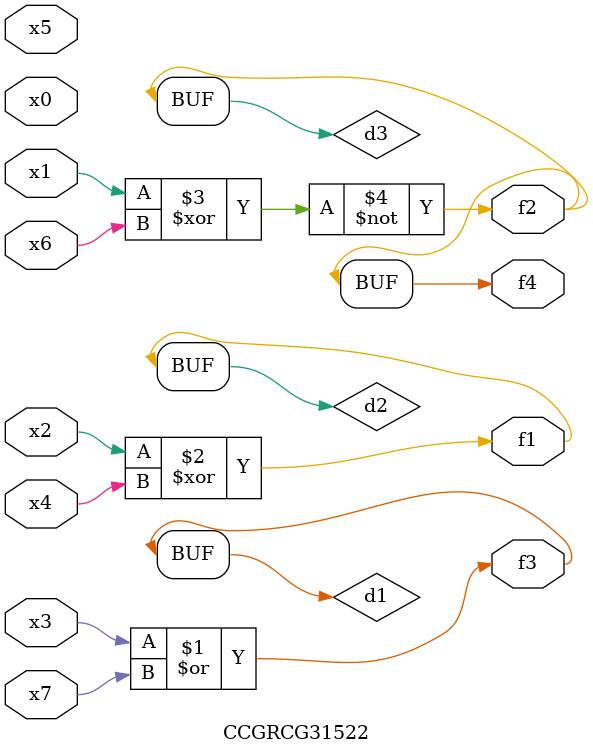
<source format=v>
module CCGRCG31522(
	input x0, x1, x2, x3, x4, x5, x6, x7,
	output f1, f2, f3, f4
);

	wire d1, d2, d3;

	or (d1, x3, x7);
	xor (d2, x2, x4);
	xnor (d3, x1, x6);
	assign f1 = d2;
	assign f2 = d3;
	assign f3 = d1;
	assign f4 = d3;
endmodule

</source>
